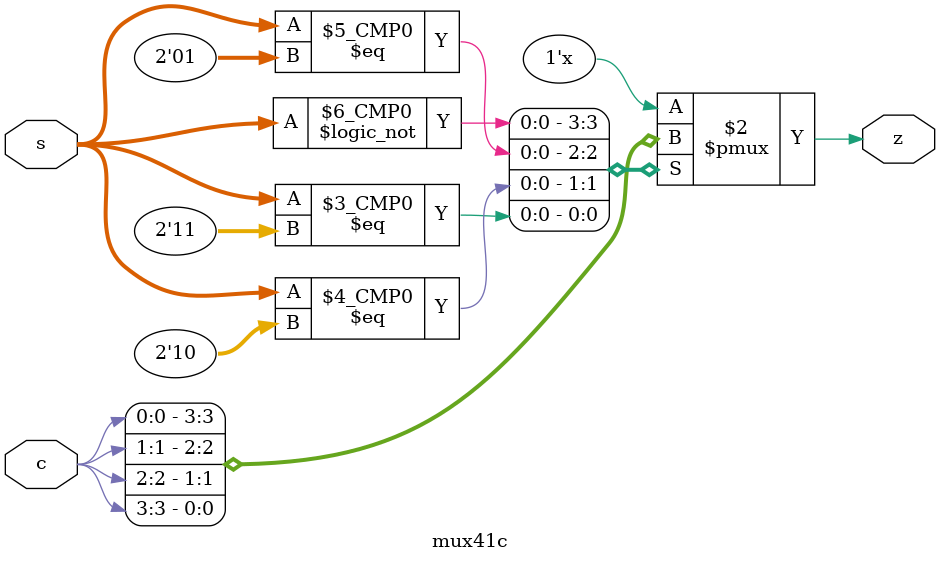
<source format=v>
`timescale 1ns / 1ps


module mux41c (
	input wire [3:0] c ,
	input wire [1:0] s ,
	output reg z
);
	always @(*)
		case(s)
			0: z = c[0];
			1: z = c[1];
			2: z = c[2];
			3: z = c[3];
			default: z = c[0];
		endcase
endmodule
</source>
